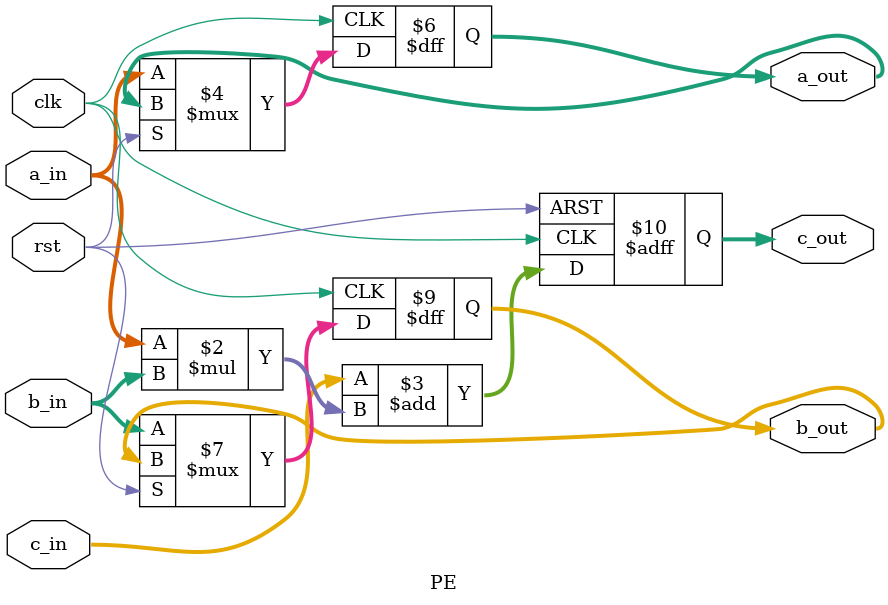
<source format=v>
module PE(
    input wire clk,
    input wire rst,
    input wire [7:0] a_in,
    input wire [7:0] b_in,
    input wire [15:0] c_in,
    output reg [7:0] a_out,
    output reg [7:0] b_out,
    output reg [15:0] c_out
);
    always @(posedge clk or posedge rst) begin
        if (rst) begin
            c_out <= 0;
        end else begin
            c_out <= c_in + a_in * b_in;
            a_out <= a_in;
            b_out <= b_in;
        end
    end
endmodule

</source>
